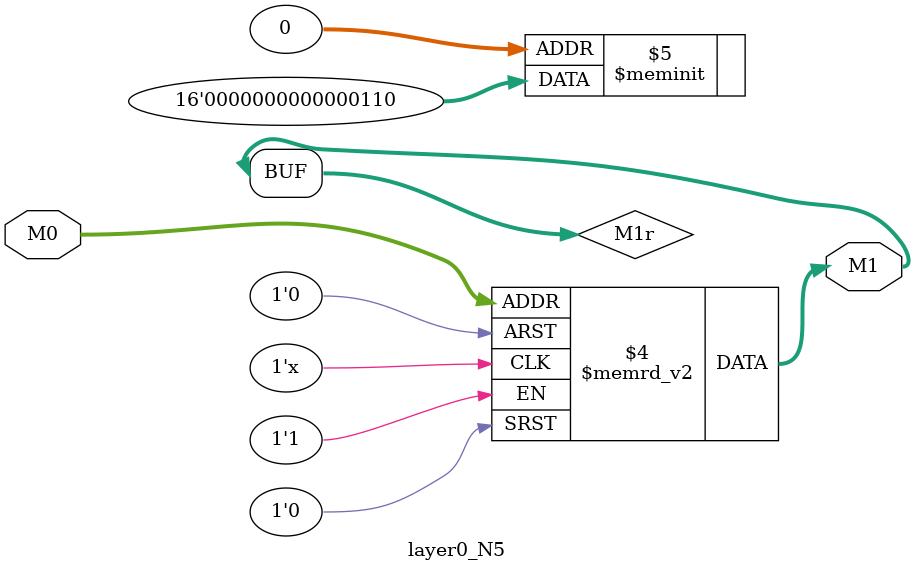
<source format=v>
module layer0_N5 ( input [2:0] M0, output [1:0] M1 );

	(*rom_style = "distributed" *) reg [1:0] M1r;
	assign M1 = M1r;
	always @ (M0) begin
		case (M0)
			3'b000: M1r = 2'b10;
			3'b100: M1r = 2'b00;
			3'b010: M1r = 2'b00;
			3'b110: M1r = 2'b00;
			3'b001: M1r = 2'b01;
			3'b101: M1r = 2'b00;
			3'b011: M1r = 2'b00;
			3'b111: M1r = 2'b00;

		endcase
	end
endmodule

</source>
